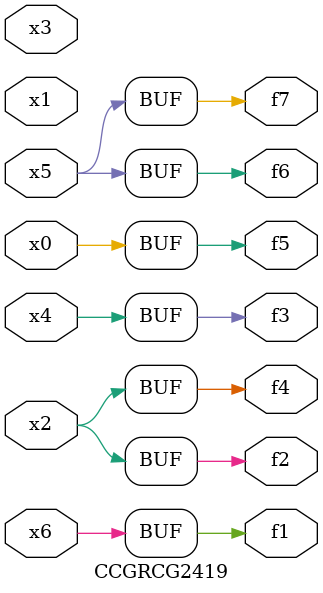
<source format=v>
module CCGRCG2419(
	input x0, x1, x2, x3, x4, x5, x6,
	output f1, f2, f3, f4, f5, f6, f7
);
	assign f1 = x6;
	assign f2 = x2;
	assign f3 = x4;
	assign f4 = x2;
	assign f5 = x0;
	assign f6 = x5;
	assign f7 = x5;
endmodule

</source>
